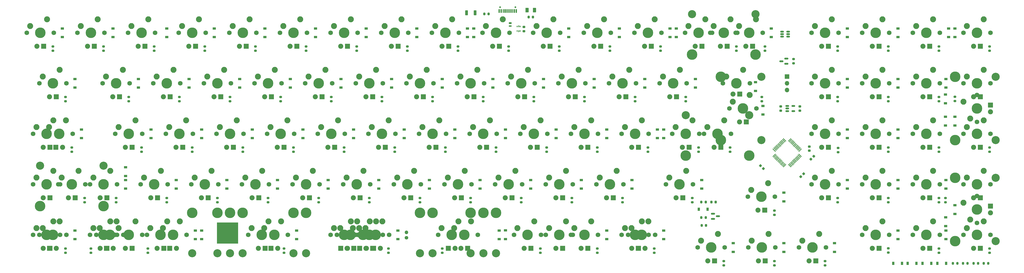
<source format=gbr>
G04 #@! TF.GenerationSoftware,KiCad,Pcbnew,6.0.6-1.fc36*
G04 #@! TF.CreationDate,2022-07-26T18:59:40+01:00*
G04 #@! TF.ProjectId,cypher,63797068-6572-42e6-9b69-6361645f7063,rev?*
G04 #@! TF.SameCoordinates,Original*
G04 #@! TF.FileFunction,Soldermask,Bot*
G04 #@! TF.FilePolarity,Negative*
%FSLAX46Y46*%
G04 Gerber Fmt 4.6, Leading zero omitted, Abs format (unit mm)*
G04 Created by KiCad (PCBNEW 6.0.6-1.fc36) date 2022-07-26 18:59:40*
%MOMM*%
%LPD*%
G01*
G04 APERTURE LIST*
G04 Aperture macros list*
%AMRoundRect*
0 Rectangle with rounded corners*
0 $1 Rounding radius*
0 $2 $3 $4 $5 $6 $7 $8 $9 X,Y pos of 4 corners*
0 Add a 4 corners polygon primitive as box body*
4,1,4,$2,$3,$4,$5,$6,$7,$8,$9,$2,$3,0*
0 Add four circle primitives for the rounded corners*
1,1,$1+$1,$2,$3*
1,1,$1+$1,$4,$5*
1,1,$1+$1,$6,$7*
1,1,$1+$1,$8,$9*
0 Add four rect primitives between the rounded corners*
20,1,$1+$1,$2,$3,$4,$5,0*
20,1,$1+$1,$4,$5,$6,$7,0*
20,1,$1+$1,$6,$7,$8,$9,0*
20,1,$1+$1,$8,$9,$2,$3,0*%
%AMFreePoly0*
4,1,5,0.500000,-0.312500,-0.500000,-0.312500,-0.500000,0.312500,0.500000,0.312500,0.500000,-0.312500,0.500000,-0.312500,$1*%
G04 Aperture macros list end*
%ADD10R,1.700000X1.700000*%
%ADD11O,1.700000X1.700000*%
%ADD12C,3.987800*%
%ADD13C,3.048000*%
%ADD14C,1.750000*%
%ADD15C,2.250000*%
%ADD16C,1.905000*%
%ADD17R,1.905000X1.905000*%
%ADD18C,1.350000*%
%ADD19O,1.350000X1.350000*%
%ADD20RoundRect,0.225000X0.250000X-0.225000X0.250000X0.225000X-0.250000X0.225000X-0.250000X-0.225000X0*%
%ADD21RoundRect,0.225000X0.017678X-0.335876X0.335876X-0.017678X-0.017678X0.335876X-0.335876X0.017678X0*%
%ADD22RoundRect,0.225000X0.335876X0.017678X0.017678X0.335876X-0.335876X-0.017678X-0.017678X-0.335876X0*%
%ADD23R,1.200000X0.900000*%
%ADD24RoundRect,0.200000X-0.275000X0.200000X-0.275000X-0.200000X0.275000X-0.200000X0.275000X0.200000X0*%
%ADD25RoundRect,0.200000X0.200000X0.275000X-0.200000X0.275000X-0.200000X-0.275000X0.200000X-0.275000X0*%
%ADD26C,0.650000*%
%ADD27R,0.600000X1.450000*%
%ADD28R,0.300000X1.450000*%
%ADD29RoundRect,0.225000X-0.017678X0.335876X-0.335876X0.017678X0.017678X-0.335876X0.335876X-0.017678X0*%
%ADD30RoundRect,0.225000X-0.250000X0.225000X-0.250000X-0.225000X0.250000X-0.225000X0.250000X0.225000X0*%
%ADD31RoundRect,0.225000X0.225000X0.250000X-0.225000X0.250000X-0.225000X-0.250000X0.225000X-0.250000X0*%
%ADD32RoundRect,0.150000X0.587500X0.150000X-0.587500X0.150000X-0.587500X-0.150000X0.587500X-0.150000X0*%
%ADD33RoundRect,0.200000X-0.200000X-0.275000X0.200000X-0.275000X0.200000X0.275000X-0.200000X0.275000X0*%
%ADD34RoundRect,0.075000X0.521491X-0.415425X-0.415425X0.521491X-0.521491X0.415425X0.415425X-0.521491X0*%
%ADD35RoundRect,0.075000X0.521491X0.415425X0.415425X0.521491X-0.521491X-0.415425X-0.415425X-0.521491X0*%
%ADD36RoundRect,0.150000X-0.587500X-0.150000X0.587500X-0.150000X0.587500X0.150000X-0.587500X0.150000X0*%
%ADD37RoundRect,0.150000X-0.512500X-0.150000X0.512500X-0.150000X0.512500X0.150000X-0.512500X0.150000X0*%
%ADD38RoundRect,0.250000X0.375000X0.625000X-0.375000X0.625000X-0.375000X-0.625000X0.375000X-0.625000X0*%
%ADD39R,0.900000X1.200000*%
%ADD40R,8.000000X8.000000*%
%ADD41R,0.375000X0.500000*%
%ADD42R,0.300000X0.650000*%
%ADD43FreePoly0,180.000000*%
%ADD44R,1.000000X0.625000*%
%ADD45RoundRect,0.150000X0.512500X0.150000X-0.512500X0.150000X-0.512500X-0.150000X0.512500X-0.150000X0*%
%ADD46RoundRect,0.250000X0.275000X0.700000X-0.275000X0.700000X-0.275000X-0.700000X0.275000X-0.700000X0*%
G04 APERTURE END LIST*
D10*
X315810900Y-132842000D03*
D11*
X315810900Y-135382000D03*
X315810900Y-137922000D03*
D12*
X58661750Y-181730000D03*
X34785750Y-181730000D03*
D13*
X58661750Y-166490000D03*
D14*
X51803750Y-173475000D03*
D13*
X34785750Y-166490000D03*
D12*
X46723750Y-173475000D03*
D14*
X41643750Y-173475000D03*
D15*
X42913750Y-170935000D03*
X49263750Y-168395000D03*
D16*
X45453750Y-178555000D03*
D17*
X47993750Y-178555000D03*
D14*
X34500250Y-192525000D03*
D12*
X39580250Y-192525000D03*
D14*
X44660250Y-192525000D03*
D15*
X35770250Y-189985000D03*
X42120250Y-187445000D03*
D16*
X40850250Y-197605000D03*
D17*
X38310250Y-197605000D03*
D14*
X32118750Y-154425000D03*
D12*
X37198750Y-154425000D03*
D14*
X42278750Y-154425000D03*
D15*
X33388750Y-151885000D03*
X39738750Y-149345000D03*
D16*
X35928750Y-159505000D03*
D17*
X38468750Y-159505000D03*
D14*
X29738750Y-116325000D03*
D12*
X34818750Y-116325000D03*
D14*
X39898750Y-116325000D03*
D15*
X31008750Y-113785000D03*
X37358750Y-111245000D03*
D16*
X33548750Y-121405000D03*
D17*
X36088750Y-121405000D03*
D14*
X34501250Y-135375000D03*
X44661250Y-135375000D03*
D12*
X39581250Y-135375000D03*
D15*
X35771250Y-132835000D03*
X42121250Y-130295000D03*
D16*
X38311250Y-140455000D03*
D17*
X40851250Y-140455000D03*
D14*
X36881250Y-154425000D03*
D12*
X41961250Y-154425000D03*
D14*
X47041250Y-154425000D03*
D15*
X38151250Y-151885000D03*
X44501250Y-149345000D03*
D16*
X43231250Y-159505000D03*
D17*
X40691250Y-159505000D03*
D14*
X32118750Y-173475000D03*
X42278750Y-173475000D03*
D12*
X37198750Y-173475000D03*
D15*
X33388750Y-170935000D03*
X39738750Y-168395000D03*
D16*
X35928750Y-178555000D03*
D17*
X38468750Y-178555000D03*
D14*
X42278750Y-192525000D03*
X32118750Y-192525000D03*
D12*
X37198750Y-192525000D03*
D15*
X33388750Y-189985000D03*
X39738750Y-187445000D03*
D16*
X35928750Y-197605000D03*
D17*
X38468750Y-197605000D03*
D14*
X58948750Y-116325000D03*
D12*
X53868750Y-116325000D03*
D14*
X48788750Y-116325000D03*
D15*
X50058750Y-113785000D03*
X56408750Y-111245000D03*
D16*
X52598750Y-121405000D03*
D17*
X55138750Y-121405000D03*
D12*
X63391250Y-135375000D03*
D14*
X68471250Y-135375000D03*
X58311250Y-135375000D03*
D15*
X59581250Y-132835000D03*
X65931250Y-130295000D03*
D16*
X62121250Y-140455000D03*
D17*
X64661250Y-140455000D03*
D14*
X63073750Y-154425000D03*
D12*
X68153750Y-154425000D03*
D14*
X73233750Y-154425000D03*
D15*
X64343750Y-151885000D03*
X70693750Y-149345000D03*
D16*
X66883750Y-159505000D03*
D17*
X69423750Y-159505000D03*
D12*
X58628750Y-173475000D03*
D14*
X63708750Y-173475000D03*
X53548750Y-173475000D03*
D15*
X54818750Y-170935000D03*
X61168750Y-168395000D03*
D16*
X57358750Y-178555000D03*
D17*
X59898750Y-178555000D03*
D14*
X63709950Y-192525000D03*
D12*
X58629950Y-192525000D03*
D14*
X53549950Y-192525000D03*
D15*
X54819950Y-189985000D03*
X61169950Y-187445000D03*
D16*
X57359950Y-197605000D03*
D17*
X59899950Y-197605000D03*
D12*
X68155250Y-192525000D03*
D14*
X63075250Y-192525000D03*
X73235250Y-192525000D03*
D15*
X64345250Y-189985000D03*
X70695250Y-187445000D03*
D16*
X66885250Y-197605000D03*
D17*
X69425250Y-197605000D03*
D14*
X77998750Y-116325000D03*
X67838750Y-116325000D03*
D12*
X72918750Y-116325000D03*
D15*
X69108750Y-113785000D03*
X75458750Y-111245000D03*
D16*
X71648750Y-121405000D03*
D17*
X74188750Y-121405000D03*
D14*
X77361250Y-135375000D03*
X87521250Y-135375000D03*
D12*
X82441250Y-135375000D03*
D15*
X78631250Y-132835000D03*
X84981250Y-130295000D03*
D16*
X81171250Y-140455000D03*
D17*
X83711250Y-140455000D03*
D12*
X87203750Y-154425000D03*
D14*
X82123750Y-154425000D03*
X92283750Y-154425000D03*
D15*
X83393750Y-151885000D03*
X89743750Y-149345000D03*
D16*
X85933750Y-159505000D03*
D17*
X88473750Y-159505000D03*
D14*
X72599250Y-173475000D03*
X82759250Y-173475000D03*
D12*
X77679250Y-173475000D03*
D15*
X73869250Y-170935000D03*
X80219250Y-168395000D03*
D16*
X76409250Y-178555000D03*
D17*
X78949250Y-178555000D03*
D12*
X80061250Y-192525000D03*
D14*
X74981250Y-192525000D03*
X85141250Y-192525000D03*
D15*
X76251250Y-189985000D03*
X82601250Y-187445000D03*
D16*
X78791250Y-197605000D03*
D17*
X81331250Y-197605000D03*
D14*
X86888750Y-116325000D03*
D12*
X91968750Y-116325000D03*
D14*
X97048750Y-116325000D03*
D15*
X88158750Y-113785000D03*
X94508750Y-111245000D03*
D16*
X90698750Y-121405000D03*
D17*
X93238750Y-121405000D03*
D14*
X96411250Y-135375000D03*
D12*
X101491250Y-135375000D03*
D14*
X106571250Y-135375000D03*
D15*
X97681250Y-132835000D03*
X104031250Y-130295000D03*
D16*
X100221250Y-140455000D03*
D17*
X102761250Y-140455000D03*
D12*
X106253750Y-154425000D03*
D14*
X111333750Y-154425000D03*
X101173750Y-154425000D03*
D15*
X102443750Y-151885000D03*
X108793750Y-149345000D03*
D16*
X104983750Y-159505000D03*
D17*
X107523750Y-159505000D03*
D12*
X96728750Y-173475000D03*
D14*
X101808750Y-173475000D03*
X91648750Y-173475000D03*
D15*
X92918750Y-170935000D03*
X99268750Y-168395000D03*
D16*
X95458750Y-178555000D03*
D17*
X97998750Y-178555000D03*
D14*
X89903750Y-192525000D03*
X79743750Y-192525000D03*
D12*
X84823750Y-192525000D03*
D15*
X81013750Y-189985000D03*
X87363750Y-187445000D03*
D16*
X86093750Y-197605000D03*
D17*
X83553750Y-197605000D03*
D14*
X116098750Y-116325000D03*
D12*
X111018750Y-116325000D03*
D14*
X105938750Y-116325000D03*
D15*
X107208750Y-113785000D03*
X113558750Y-111245000D03*
D16*
X109748750Y-121405000D03*
D17*
X112288750Y-121405000D03*
D14*
X125621250Y-135375000D03*
X115461250Y-135375000D03*
D12*
X120541250Y-135375000D03*
D15*
X116731250Y-132835000D03*
X123081250Y-130295000D03*
D16*
X119271250Y-140455000D03*
D17*
X121811250Y-140455000D03*
D14*
X120223750Y-154425000D03*
D12*
X125303750Y-154425000D03*
D14*
X130383750Y-154425000D03*
D15*
X121493750Y-151885000D03*
X127843750Y-149345000D03*
D16*
X124033750Y-159505000D03*
D17*
X126573750Y-159505000D03*
D14*
X120858750Y-173475000D03*
X110698750Y-173475000D03*
D12*
X115778750Y-173475000D03*
D15*
X111968750Y-170935000D03*
X118318750Y-168395000D03*
D16*
X114508750Y-178555000D03*
D17*
X117048750Y-178555000D03*
D14*
X135148750Y-116325000D03*
D12*
X130068750Y-116325000D03*
D14*
X124988750Y-116325000D03*
D15*
X126258750Y-113785000D03*
X132608750Y-111245000D03*
D16*
X128798750Y-121405000D03*
D17*
X131338750Y-121405000D03*
D14*
X134511250Y-135375000D03*
D12*
X139591250Y-135375000D03*
D14*
X144671250Y-135375000D03*
D15*
X135781250Y-132835000D03*
X142131250Y-130295000D03*
D16*
X138321250Y-140455000D03*
D17*
X140861250Y-140455000D03*
D14*
X139278750Y-154425000D03*
X149438750Y-154425000D03*
D12*
X144358750Y-154425000D03*
D15*
X140548750Y-151885000D03*
X146898750Y-149345000D03*
D16*
X143088750Y-159505000D03*
D17*
X145628750Y-159505000D03*
D14*
X139908750Y-173475000D03*
D12*
X134828750Y-173475000D03*
D14*
X129748750Y-173475000D03*
D15*
X131018750Y-170935000D03*
X137368750Y-168395000D03*
D16*
X133558750Y-178555000D03*
D17*
X136098750Y-178555000D03*
D13*
X206261150Y-199510000D03*
D12*
X206261150Y-184270000D03*
D13*
X106261350Y-199510000D03*
D12*
X156261250Y-192525000D03*
D14*
X151181250Y-192525000D03*
X161341250Y-192525000D03*
D12*
X106261350Y-184270000D03*
D15*
X152451250Y-189985000D03*
X158801250Y-187445000D03*
D16*
X157531250Y-197605000D03*
D17*
X154991250Y-197605000D03*
D12*
X149118750Y-116325000D03*
D14*
X144038750Y-116325000D03*
X154198750Y-116325000D03*
D15*
X145308750Y-113785000D03*
X151658750Y-111245000D03*
D16*
X147848750Y-121405000D03*
D17*
X150388750Y-121405000D03*
D14*
X153561250Y-135375000D03*
X163721250Y-135375000D03*
D12*
X158641250Y-135375000D03*
D15*
X154831250Y-132835000D03*
X161181250Y-130295000D03*
D16*
X157371250Y-140455000D03*
D17*
X159911250Y-140455000D03*
D12*
X163408750Y-154425000D03*
D14*
X158328750Y-154425000D03*
X168488750Y-154425000D03*
D15*
X159598750Y-151885000D03*
X165948750Y-149345000D03*
D16*
X162138750Y-159505000D03*
D17*
X164678750Y-159505000D03*
D14*
X158958750Y-173475000D03*
X148798750Y-173475000D03*
D12*
X153878750Y-173475000D03*
D15*
X150068750Y-170935000D03*
X156418750Y-168395000D03*
D16*
X152608750Y-178555000D03*
D17*
X155148750Y-178555000D03*
D13*
X101492750Y-199510000D03*
D12*
X196742750Y-184270000D03*
D13*
X196742750Y-199510000D03*
D14*
X163722750Y-192525000D03*
X153562750Y-192525000D03*
D12*
X158642750Y-192525000D03*
X101492750Y-184270000D03*
D15*
X154832750Y-189985000D03*
X161182750Y-187445000D03*
D16*
X157372750Y-197605000D03*
D17*
X159912750Y-197605000D03*
D12*
X168168750Y-116325000D03*
D14*
X163088750Y-116325000D03*
X173248750Y-116325000D03*
D15*
X164358750Y-113785000D03*
X170708750Y-111245000D03*
D16*
X166898750Y-121405000D03*
D17*
X169438750Y-121405000D03*
D14*
X182771250Y-135375000D03*
D12*
X177691250Y-135375000D03*
D14*
X172611250Y-135375000D03*
D15*
X173881250Y-132835000D03*
X180231250Y-130295000D03*
D16*
X176421250Y-140455000D03*
D17*
X178961250Y-140455000D03*
D14*
X187538750Y-154425000D03*
D12*
X182458750Y-154425000D03*
D14*
X177378750Y-154425000D03*
D15*
X178648750Y-151885000D03*
X184998750Y-149345000D03*
D16*
X181188750Y-159505000D03*
D17*
X183728750Y-159505000D03*
D12*
X172928750Y-173475000D03*
D14*
X167848750Y-173475000D03*
X178008750Y-173475000D03*
D15*
X169118750Y-170935000D03*
X175468750Y-168395000D03*
D16*
X171658750Y-178555000D03*
D17*
X174198750Y-178555000D03*
D14*
X182138750Y-116325000D03*
X192298750Y-116325000D03*
D12*
X187218750Y-116325000D03*
D15*
X183408750Y-113785000D03*
X189758750Y-111245000D03*
D16*
X185948750Y-121405000D03*
D17*
X188488750Y-121405000D03*
D14*
X191661250Y-135375000D03*
D12*
X196741250Y-135375000D03*
D14*
X201821250Y-135375000D03*
D15*
X192931250Y-132835000D03*
X199281250Y-130295000D03*
D16*
X195471250Y-140455000D03*
D17*
X198011250Y-140455000D03*
D12*
X201508750Y-154425000D03*
D14*
X206588750Y-154425000D03*
X196428750Y-154425000D03*
D15*
X197698750Y-151885000D03*
X204048750Y-149345000D03*
D16*
X200238750Y-159505000D03*
D17*
X202778750Y-159505000D03*
D12*
X191978750Y-173475000D03*
D14*
X186898750Y-173475000D03*
X197058750Y-173475000D03*
D15*
X188168750Y-170935000D03*
X194518750Y-168395000D03*
D16*
X190708750Y-178555000D03*
D17*
X193248750Y-178555000D03*
D14*
X211348750Y-116325000D03*
X201188750Y-116325000D03*
D12*
X206268750Y-116325000D03*
D15*
X202458750Y-113785000D03*
X208808750Y-111245000D03*
D16*
X204998750Y-121405000D03*
D17*
X207538750Y-121405000D03*
D14*
X220871250Y-135375000D03*
X210711250Y-135375000D03*
D12*
X215791250Y-135375000D03*
D15*
X211981250Y-132835000D03*
X218331250Y-130295000D03*
D16*
X214521250Y-140455000D03*
D17*
X217061250Y-140455000D03*
D14*
X215478750Y-154425000D03*
X225638750Y-154425000D03*
D12*
X220558750Y-154425000D03*
D15*
X216748750Y-151885000D03*
X223098750Y-149345000D03*
D16*
X219288750Y-159505000D03*
D17*
X221828750Y-159505000D03*
D14*
X216108750Y-173475000D03*
D12*
X211028750Y-173475000D03*
D14*
X205948750Y-173475000D03*
D15*
X207218750Y-170935000D03*
X213568750Y-168395000D03*
D16*
X209758750Y-178555000D03*
D17*
X212298750Y-178555000D03*
D14*
X223253750Y-192525000D03*
X213093750Y-192525000D03*
D12*
X218173750Y-192525000D03*
D15*
X214363750Y-189985000D03*
X220713750Y-187445000D03*
D16*
X216903750Y-197605000D03*
D17*
X219443750Y-197605000D03*
D12*
X230080250Y-192525000D03*
D14*
X235160250Y-192525000D03*
X225000250Y-192525000D03*
D15*
X226270250Y-189985000D03*
X232620250Y-187445000D03*
D16*
X228810250Y-197605000D03*
D17*
X231350250Y-197605000D03*
D14*
X220238750Y-116325000D03*
D12*
X225318750Y-116325000D03*
D14*
X230398750Y-116325000D03*
D15*
X221508750Y-113785000D03*
X227858750Y-111245000D03*
D16*
X224048750Y-121405000D03*
D17*
X226588750Y-121405000D03*
D14*
X239921250Y-135375000D03*
X229761250Y-135375000D03*
D12*
X234841250Y-135375000D03*
D15*
X231031250Y-132835000D03*
X237381250Y-130295000D03*
D16*
X233571250Y-140455000D03*
D17*
X236111250Y-140455000D03*
D14*
X234528750Y-154425000D03*
D12*
X239608750Y-154425000D03*
D14*
X244688750Y-154425000D03*
D15*
X235798750Y-151885000D03*
X242148750Y-149345000D03*
D16*
X238338750Y-159505000D03*
D17*
X240878750Y-159505000D03*
D12*
X230078750Y-173475000D03*
D14*
X224998750Y-173475000D03*
X235158750Y-173475000D03*
D15*
X226268750Y-170935000D03*
X232618750Y-168395000D03*
D16*
X228808750Y-178555000D03*
D17*
X231348750Y-178555000D03*
D14*
X244684750Y-192525000D03*
D12*
X239604750Y-192525000D03*
D14*
X234524750Y-192525000D03*
D15*
X235794750Y-189985000D03*
X242144750Y-187445000D03*
D16*
X238334750Y-197605000D03*
D17*
X240874750Y-197605000D03*
D12*
X258655250Y-192525000D03*
D14*
X253575250Y-192525000D03*
X263735250Y-192525000D03*
D15*
X254845250Y-189985000D03*
X261195250Y-187445000D03*
D16*
X257385250Y-197605000D03*
D17*
X259925250Y-197605000D03*
D14*
X239288750Y-116325000D03*
X249448750Y-116325000D03*
D12*
X244368750Y-116325000D03*
D15*
X240558750Y-113785000D03*
X246908750Y-111245000D03*
D16*
X243098750Y-121405000D03*
D17*
X245638750Y-121405000D03*
D14*
X258971250Y-135375000D03*
D12*
X253891250Y-135375000D03*
D14*
X248811250Y-135375000D03*
D15*
X250081250Y-132835000D03*
X256431250Y-130295000D03*
D16*
X252621250Y-140455000D03*
D17*
X255161250Y-140455000D03*
D14*
X263738750Y-154425000D03*
X253578750Y-154425000D03*
D12*
X258658750Y-154425000D03*
D15*
X254848750Y-151885000D03*
X261198750Y-149345000D03*
D16*
X257388750Y-159505000D03*
D17*
X259928750Y-159505000D03*
D14*
X254208750Y-173475000D03*
D12*
X249128750Y-173475000D03*
D14*
X244048750Y-173475000D03*
D15*
X245318750Y-170935000D03*
X251668750Y-168395000D03*
D16*
X247858750Y-178555000D03*
D17*
X250398750Y-178555000D03*
D14*
X255955750Y-192525000D03*
D12*
X261035750Y-192525000D03*
D14*
X266115750Y-192525000D03*
D15*
X257225750Y-189985000D03*
X263575750Y-187445000D03*
D16*
X262305750Y-197605000D03*
D17*
X259765750Y-197605000D03*
D12*
X263418750Y-116325000D03*
D14*
X268498750Y-116325000D03*
X258338750Y-116325000D03*
D15*
X259608750Y-113785000D03*
X265958750Y-111245000D03*
D16*
X262148750Y-121405000D03*
D17*
X264688750Y-121405000D03*
D12*
X272940250Y-135375000D03*
D14*
X267860250Y-135375000D03*
X278020250Y-135375000D03*
D15*
X269130250Y-132835000D03*
X275480250Y-130295000D03*
D16*
X271670250Y-140455000D03*
D17*
X274210250Y-140455000D03*
D12*
X277708750Y-154425000D03*
D14*
X282788750Y-154425000D03*
X272628750Y-154425000D03*
D15*
X273898750Y-151885000D03*
X280248750Y-149345000D03*
D16*
X276438750Y-159505000D03*
D17*
X278978750Y-159505000D03*
D12*
X275322250Y-173475000D03*
D14*
X280402250Y-173475000D03*
X270242250Y-173475000D03*
D15*
X271512250Y-170935000D03*
X277862250Y-168395000D03*
D16*
X274052250Y-178555000D03*
D17*
X276592250Y-178555000D03*
D12*
X287228750Y-197285000D03*
D14*
X292308750Y-197285000D03*
X282148750Y-197285000D03*
D15*
X283418750Y-194745000D03*
X289768750Y-192205000D03*
D16*
X285958750Y-202365000D03*
D17*
X288498750Y-202365000D03*
D14*
X277388750Y-116325000D03*
D12*
X282468750Y-116325000D03*
D14*
X287548750Y-116325000D03*
D15*
X278658750Y-113785000D03*
X285008750Y-111245000D03*
D16*
X281198750Y-121405000D03*
D17*
X283738750Y-121405000D03*
D12*
X290885250Y-156838000D03*
X299140250Y-144900000D03*
D14*
X304220250Y-144900000D03*
D13*
X306125250Y-156838000D03*
D14*
X294060250Y-144900000D03*
D13*
X306125250Y-132962000D03*
D12*
X290885250Y-132962000D03*
D15*
X295330250Y-142360000D03*
X301680250Y-139820000D03*
D16*
X297870250Y-149980000D03*
D17*
X300410250Y-149980000D03*
D14*
X286913250Y-116325000D03*
D13*
X303931250Y-109340000D03*
D12*
X291993250Y-116325000D03*
X303931250Y-124580000D03*
X280055250Y-124580000D03*
D13*
X280055250Y-109340000D03*
D14*
X297073250Y-116325000D03*
D15*
X288183250Y-113785000D03*
X294533250Y-111245000D03*
D16*
X290723250Y-121405000D03*
D17*
X293263250Y-121405000D03*
D14*
X301832750Y-135375000D03*
D12*
X296752750Y-135375000D03*
D14*
X291672750Y-135375000D03*
D15*
X292942750Y-132835000D03*
X299292750Y-130295000D03*
D16*
X295482750Y-139455000D03*
D17*
X298022750Y-139455000D03*
D13*
X301552750Y-147440000D03*
D12*
X301552750Y-162680000D03*
X277676750Y-162680000D03*
D14*
X284534750Y-154425000D03*
X294694750Y-154425000D03*
D13*
X277676750Y-147440000D03*
D12*
X289614750Y-154425000D03*
D15*
X285804750Y-151885000D03*
X292154750Y-149345000D03*
D16*
X288344750Y-159505000D03*
D17*
X290884750Y-159505000D03*
D14*
X311198750Y-178125000D03*
D12*
X306118750Y-178125000D03*
D14*
X301038750Y-178125000D03*
D15*
X302308750Y-175585000D03*
X308658750Y-173045000D03*
D16*
X304848750Y-183205000D03*
D17*
X307388750Y-183205000D03*
D12*
X306278750Y-197285000D03*
D14*
X301198750Y-197285000D03*
X311358750Y-197285000D03*
D15*
X302468750Y-194745000D03*
X308818750Y-192205000D03*
D16*
X305008750Y-202365000D03*
D17*
X307548750Y-202365000D03*
D14*
X296438750Y-116325000D03*
D12*
X301518750Y-116325000D03*
D14*
X306598750Y-116325000D03*
D15*
X297708750Y-113785000D03*
X304058750Y-111245000D03*
D16*
X300248750Y-121405000D03*
D17*
X302788750Y-121405000D03*
D12*
X330098750Y-116325000D03*
D14*
X325018750Y-116325000D03*
X335178750Y-116325000D03*
D15*
X326288750Y-113785000D03*
X332638750Y-111245000D03*
D16*
X328828750Y-121405000D03*
D17*
X331368750Y-121405000D03*
D14*
X325018750Y-135375000D03*
X335178750Y-135375000D03*
D12*
X330098750Y-135375000D03*
D15*
X326288750Y-132835000D03*
X332638750Y-130295000D03*
D16*
X328828750Y-140455000D03*
D17*
X331368750Y-140455000D03*
D12*
X330098750Y-154425000D03*
D14*
X335178750Y-154425000D03*
X325018750Y-154425000D03*
D15*
X326288750Y-151885000D03*
X332638750Y-149345000D03*
D16*
X328828750Y-159505000D03*
D17*
X331368750Y-159505000D03*
D12*
X330098750Y-173475000D03*
D14*
X335178750Y-173475000D03*
X325018750Y-173475000D03*
D15*
X326288750Y-170935000D03*
X332638750Y-168395000D03*
D16*
X328828750Y-178555000D03*
D17*
X331368750Y-178555000D03*
D12*
X325328750Y-197285000D03*
D14*
X320248750Y-197285000D03*
X330408750Y-197285000D03*
D15*
X321518750Y-194745000D03*
X327868750Y-192205000D03*
D16*
X324058750Y-202365000D03*
D17*
X326598750Y-202365000D03*
D12*
X349148750Y-116325000D03*
D14*
X344068750Y-116325000D03*
X354228750Y-116325000D03*
D15*
X345338750Y-113785000D03*
X351688750Y-111245000D03*
D16*
X347878750Y-121405000D03*
D17*
X350418750Y-121405000D03*
D14*
X354228750Y-135375000D03*
D12*
X349148750Y-135375000D03*
D14*
X344068750Y-135375000D03*
D15*
X345338750Y-132835000D03*
X351688750Y-130295000D03*
D16*
X347878750Y-140455000D03*
D17*
X350418750Y-140455000D03*
D12*
X349148750Y-154425000D03*
D14*
X344068750Y-154425000D03*
X354228750Y-154425000D03*
D15*
X345338750Y-151885000D03*
X351688750Y-149345000D03*
D16*
X347878750Y-159505000D03*
D17*
X350418750Y-159505000D03*
D12*
X349148750Y-173475000D03*
D14*
X354228750Y-173475000D03*
X344068750Y-173475000D03*
D15*
X345338750Y-170935000D03*
X351688750Y-168395000D03*
D16*
X347878750Y-178555000D03*
D17*
X350418750Y-178555000D03*
D14*
X344068750Y-192525000D03*
X354228750Y-192525000D03*
D12*
X349148750Y-192525000D03*
D15*
X345338750Y-189985000D03*
X351688750Y-187445000D03*
D16*
X347878750Y-197605000D03*
D17*
X350418750Y-197605000D03*
D14*
X373278750Y-116325000D03*
X363118750Y-116325000D03*
D12*
X368198750Y-116325000D03*
D15*
X364388750Y-113785000D03*
X370738750Y-111245000D03*
D16*
X366928750Y-121405000D03*
D17*
X369468750Y-121405000D03*
D12*
X368198750Y-135375000D03*
D14*
X373278750Y-135375000D03*
X363118750Y-135375000D03*
D15*
X364388750Y-132835000D03*
X370738750Y-130295000D03*
D16*
X366928750Y-140455000D03*
D17*
X369468750Y-140455000D03*
D14*
X363118750Y-154425000D03*
X373278750Y-154425000D03*
D12*
X368198750Y-154425000D03*
D15*
X364388750Y-151885000D03*
X370738750Y-149345000D03*
D16*
X366928750Y-159505000D03*
D17*
X369468750Y-159505000D03*
D14*
X363118750Y-173475000D03*
X373278750Y-173475000D03*
D12*
X368198750Y-173475000D03*
D15*
X364388750Y-170935000D03*
X370738750Y-168395000D03*
D16*
X366928750Y-178555000D03*
D17*
X369468750Y-178555000D03*
D12*
X368198750Y-192525000D03*
D14*
X373278750Y-192525000D03*
X363118750Y-192525000D03*
D15*
X364388750Y-189985000D03*
X370738750Y-187445000D03*
D16*
X366928750Y-197605000D03*
D17*
X369468750Y-197605000D03*
D14*
X392328750Y-135372000D03*
X382168750Y-135372000D03*
D12*
X387248750Y-135372000D03*
D15*
X383438750Y-132832000D03*
X389788750Y-130292000D03*
D16*
X385978750Y-140452000D03*
D17*
X388518750Y-140452000D03*
D14*
X382168750Y-173475000D03*
X392328750Y-173475000D03*
D12*
X387248750Y-173475000D03*
D15*
X383438750Y-170935000D03*
X389788750Y-168395000D03*
D16*
X385978750Y-178555000D03*
D17*
X388518750Y-178555000D03*
D14*
X392328750Y-192525000D03*
D12*
X387248750Y-192525000D03*
D14*
X382168750Y-192525000D03*
D15*
X383438750Y-189985000D03*
X389788750Y-187445000D03*
D16*
X385978750Y-197605000D03*
D17*
X388518750Y-197605000D03*
D14*
X392328750Y-116325000D03*
X382168750Y-116325000D03*
D12*
X387248750Y-116325000D03*
D15*
X383438750Y-113785000D03*
X389788750Y-111245000D03*
D16*
X385978750Y-121405000D03*
D17*
X388518750Y-121405000D03*
D12*
X378993750Y-156833000D03*
D13*
X394233750Y-156833000D03*
D12*
X378993750Y-132957000D03*
D13*
X394233750Y-132957000D03*
D14*
X387248750Y-149975000D03*
X387248750Y-139815000D03*
D12*
X387248750Y-144895000D03*
D15*
X384708750Y-148705000D03*
X382168750Y-142355000D03*
D16*
X392328750Y-146165000D03*
D17*
X392328750Y-143625000D03*
D12*
X387248750Y-154425000D03*
D14*
X392328750Y-154425000D03*
X382168750Y-154425000D03*
D15*
X383438750Y-151885000D03*
X389788750Y-149345000D03*
D16*
X385978750Y-159505000D03*
D17*
X388518750Y-159505000D03*
D12*
X130105150Y-184277000D03*
X106229150Y-184277000D03*
D13*
X106229150Y-199517000D03*
D12*
X118167150Y-192532000D03*
D13*
X130105150Y-199517000D03*
D14*
X113087150Y-192532000D03*
X123247150Y-192532000D03*
D15*
X114357150Y-189992000D03*
X120707150Y-187452000D03*
D16*
X116897150Y-197612000D03*
D17*
X119437150Y-197612000D03*
D14*
X146424650Y-192532000D03*
D12*
X151504650Y-192532000D03*
D14*
X156584650Y-192532000D03*
D15*
X147694650Y-189992000D03*
X154044650Y-187452000D03*
D16*
X150234650Y-197612000D03*
D17*
X152774650Y-197612000D03*
D12*
X378993750Y-171057000D03*
D14*
X387248750Y-188075000D03*
D13*
X394233750Y-171057000D03*
D12*
X387248750Y-182995000D03*
D13*
X394233750Y-194933000D03*
D14*
X387248750Y-177915000D03*
D12*
X378993750Y-194933000D03*
D15*
X384708750Y-186805000D03*
X382168750Y-180455000D03*
D16*
X392328750Y-184265000D03*
D17*
X392328750Y-181725000D03*
D14*
X189287150Y-192532000D03*
D12*
X194367150Y-192532000D03*
D13*
X182429150Y-199517000D03*
D12*
X206305150Y-184277000D03*
D14*
X199447150Y-192532000D03*
D12*
X182429150Y-184277000D03*
D13*
X206305150Y-199517000D03*
D15*
X190557150Y-189992000D03*
X196907150Y-187452000D03*
D16*
X193097150Y-197612000D03*
D17*
X195637150Y-197612000D03*
D12*
X206267750Y-184270000D03*
D14*
X154197750Y-192525000D03*
D13*
X206267750Y-199510000D03*
D14*
X144037750Y-192525000D03*
D12*
X149117750Y-192525000D03*
X91967750Y-184270000D03*
D13*
X91967750Y-199510000D03*
D15*
X145307750Y-189985000D03*
X151657750Y-187445000D03*
D16*
X150387750Y-197605000D03*
D17*
X147847750Y-197605000D03*
D13*
X177666650Y-199517000D03*
X201542650Y-199517000D03*
D12*
X177666650Y-184277000D03*
X189604650Y-192532000D03*
D14*
X194684650Y-192532000D03*
X184524650Y-192532000D03*
D12*
X201542650Y-184277000D03*
D15*
X185794650Y-189992000D03*
X192144650Y-187452000D03*
D16*
X190874650Y-197612000D03*
D17*
X188334650Y-197612000D03*
D14*
X155949650Y-192532000D03*
D12*
X161029650Y-192532000D03*
D14*
X166109650Y-192532000D03*
D15*
X157219650Y-189992000D03*
X163569650Y-187452000D03*
D16*
X162799650Y-197612000D03*
D17*
X160259650Y-197612000D03*
D13*
X110991650Y-199517000D03*
D12*
X122929650Y-192532000D03*
D13*
X134867650Y-199517000D03*
D14*
X117849650Y-192532000D03*
D12*
X134867650Y-184277000D03*
X110991650Y-184277000D03*
D14*
X128009650Y-192532000D03*
D15*
X119119650Y-189992000D03*
X125469650Y-187452000D03*
D16*
X124199650Y-197612000D03*
D17*
X121659650Y-197612000D03*
D14*
X66090750Y-192525000D03*
D12*
X61010750Y-192525000D03*
D14*
X55930750Y-192525000D03*
D15*
X57200750Y-189985000D03*
X63550750Y-187445000D03*
D16*
X62280750Y-197605000D03*
D17*
X59740750Y-197605000D03*
D18*
X172618400Y-193611500D03*
D19*
X172618400Y-191611500D03*
D20*
X313429650Y-145682000D03*
X313429650Y-144132000D03*
D21*
X324724392Y-163997008D03*
X325820408Y-162900992D03*
D22*
X306897408Y-167553008D03*
X305801392Y-166456992D03*
D23*
X50301530Y-156082000D03*
X50301530Y-152782000D03*
X47920280Y-194182000D03*
X47920280Y-190882000D03*
X47920280Y-137032000D03*
X47920280Y-133732000D03*
X71732780Y-137032000D03*
X71732780Y-133732000D03*
X76495280Y-156082000D03*
X76495280Y-152782000D03*
X93164030Y-194182000D03*
X93164030Y-190882000D03*
X82448640Y-117982000D03*
X82448640Y-114682000D03*
X90782780Y-137032000D03*
X90782780Y-133732000D03*
X95545280Y-156082000D03*
X95545280Y-152782000D03*
X86020280Y-175132000D03*
X86020280Y-171832000D03*
X114595280Y-156082000D03*
X114595280Y-152782000D03*
X109832780Y-137032000D03*
X109832780Y-133732000D03*
X105070280Y-175132000D03*
X105070280Y-171832000D03*
X128882780Y-137032000D03*
X128882780Y-133732000D03*
X133645280Y-156082000D03*
X133645280Y-152782000D03*
X124120280Y-175132000D03*
X124120280Y-171832000D03*
X143170280Y-175132000D03*
X143170280Y-171832000D03*
X138408250Y-117982000D03*
X138408250Y-114682000D03*
X147932780Y-137032000D03*
X147932780Y-133732000D03*
X152695280Y-156082000D03*
X152695280Y-152782000D03*
X169364030Y-194182000D03*
X169364030Y-190882000D03*
X162220280Y-175132000D03*
X162220280Y-171832000D03*
X157457780Y-117982000D03*
X157457780Y-114682000D03*
X166982780Y-137032000D03*
X166982780Y-133732000D03*
X171745280Y-156082000D03*
X171745280Y-152782000D03*
X181270280Y-175132000D03*
X181270280Y-171832000D03*
X176507780Y-117982000D03*
X176507780Y-114682000D03*
X186032780Y-137032000D03*
X186032780Y-133732000D03*
X190795280Y-156082000D03*
X190795280Y-152782000D03*
X200320280Y-175132000D03*
X200320280Y-171832000D03*
X195557780Y-117982000D03*
X195557780Y-114682000D03*
X205082780Y-137032000D03*
X205082780Y-133732000D03*
X209845280Y-156082000D03*
X209845280Y-152782000D03*
X209845270Y-194150000D03*
X209845270Y-190850000D03*
X219370280Y-175132000D03*
X219370280Y-171832000D03*
X228895280Y-156082000D03*
X228895280Y-152782000D03*
X197939750Y-117982000D03*
X197939750Y-114682000D03*
X224132780Y-137032000D03*
X224132780Y-133732000D03*
X247945280Y-194182000D03*
X247945280Y-190882000D03*
X233657780Y-117982000D03*
X233657780Y-114682000D03*
X247945280Y-156082000D03*
X247945280Y-152782000D03*
X243182780Y-137032000D03*
X243182780Y-133732000D03*
X238420280Y-175132000D03*
X238420280Y-171832000D03*
X269376530Y-194182000D03*
X269376530Y-190882000D03*
X252707780Y-117982000D03*
X252707780Y-114682000D03*
X262232780Y-137032000D03*
X262232780Y-133732000D03*
X266995280Y-156082000D03*
X266995280Y-152782000D03*
X257470280Y-175132000D03*
X257470280Y-171832000D03*
X295570280Y-198944500D03*
X295570280Y-195644500D03*
X281282780Y-137032000D03*
X281282780Y-133732000D03*
X271757780Y-117982000D03*
X271757780Y-114682000D03*
X269377550Y-156082000D03*
X269377550Y-152782000D03*
X274140070Y-117982040D03*
X274140070Y-114682040D03*
X306730400Y-147192000D03*
X306730400Y-143892000D03*
X314620280Y-198944500D03*
X314620280Y-195644500D03*
X303904650Y-138222625D03*
X303904650Y-134922625D03*
X309857780Y-117982000D03*
X309857780Y-114682000D03*
X338432780Y-117982000D03*
X338432780Y-114682000D03*
X338432780Y-156082000D03*
X338432780Y-152782000D03*
X338432780Y-137032000D03*
X338432780Y-133732000D03*
X357482780Y-156082000D03*
X357482780Y-152782000D03*
X357482780Y-117982000D03*
X357482780Y-114682000D03*
X357482780Y-137032000D03*
X357482780Y-133732000D03*
X357482780Y-175132000D03*
X357482780Y-171832000D03*
X357482780Y-194182000D03*
X357482780Y-190882000D03*
X375564400Y-137032000D03*
X375564400Y-133732000D03*
X375342150Y-151319500D03*
X375342150Y-148019500D03*
X375564400Y-194182000D03*
X375564400Y-190882000D03*
X376532780Y-117982000D03*
X376532780Y-114682000D03*
X375564400Y-175132000D03*
X375564400Y-171832000D03*
X378915510Y-117982040D03*
X378915510Y-114682040D03*
X378914025Y-151319500D03*
X378914025Y-148019500D03*
X378914025Y-184657000D03*
X378914025Y-181357000D03*
D24*
X39585900Y-121460125D03*
X39585900Y-123110125D03*
X44348400Y-140510125D03*
X44348400Y-142160125D03*
X46729650Y-159560125D03*
X46729650Y-161210125D03*
X51492150Y-178610125D03*
X51492150Y-180260125D03*
X44348400Y-197660125D03*
X44348400Y-199310125D03*
X58635900Y-121460125D03*
X58635900Y-123110125D03*
X68160900Y-140510125D03*
X68160900Y-142160125D03*
X72923400Y-159560125D03*
X72923400Y-161210125D03*
X63398400Y-178610125D03*
X63398400Y-180260125D03*
X53873400Y-197660125D03*
X53873400Y-199310125D03*
X77685900Y-121460125D03*
X77685900Y-123110125D03*
X87210900Y-140510125D03*
X87210900Y-142160125D03*
X91973400Y-159560125D03*
X91973400Y-161210125D03*
X82448400Y-178610125D03*
X82448400Y-180260125D03*
X75304650Y-197660125D03*
X75304650Y-199310125D03*
X96735900Y-121460125D03*
X96735900Y-123110125D03*
X106260900Y-140510125D03*
X106260900Y-142160125D03*
X111023400Y-159560125D03*
X111023400Y-161210125D03*
X101498400Y-178610125D03*
X101498400Y-180260125D03*
D25*
X203526525Y-109188250D03*
X201876525Y-109188250D03*
D24*
X115785900Y-121460125D03*
X115785900Y-123110125D03*
X125310900Y-140510125D03*
X125310900Y-142160125D03*
X130073400Y-159560125D03*
X130073400Y-161210125D03*
X120548400Y-178610125D03*
X120548400Y-180260125D03*
X134835900Y-121460125D03*
X134835900Y-123110125D03*
X144360900Y-140510125D03*
X144360900Y-142160125D03*
X149123400Y-159560125D03*
X149123400Y-161210125D03*
X139598400Y-178610125D03*
X139598400Y-180260125D03*
X153885900Y-121460125D03*
X153885900Y-123110125D03*
X163410900Y-140510125D03*
X163410900Y-142160125D03*
X168173400Y-159560125D03*
X168173400Y-161210125D03*
X158648400Y-178610125D03*
X158648400Y-180260125D03*
X165792150Y-197660125D03*
X165792150Y-199310125D03*
X182460900Y-140510125D03*
X182460900Y-142160125D03*
X187223400Y-159560125D03*
X187223400Y-161210125D03*
X177698400Y-178610125D03*
X177698400Y-180260125D03*
X191985900Y-121460125D03*
X191985900Y-123110125D03*
X201510900Y-140510125D03*
X201510900Y-142160125D03*
X206273400Y-159560125D03*
X206273400Y-161210125D03*
X196748400Y-178610125D03*
X196748400Y-180260125D03*
X211035900Y-121460125D03*
X211035900Y-123110125D03*
X220560900Y-140510125D03*
X220560900Y-142160125D03*
X225323400Y-159560125D03*
X225323400Y-161210125D03*
X215798400Y-178610125D03*
X215798400Y-180260125D03*
X222942150Y-197660125D03*
X222942150Y-199310125D03*
X230085900Y-121460125D03*
X230085900Y-123110125D03*
X239610900Y-140510125D03*
X239610900Y-142160125D03*
X244373400Y-159560125D03*
X244373400Y-161210125D03*
X234848400Y-178610125D03*
X234848400Y-180260125D03*
X244373400Y-197660125D03*
X244373400Y-199310125D03*
X249135900Y-121460125D03*
X249135900Y-123110125D03*
X258660900Y-140510125D03*
X258660900Y-142160125D03*
X263423400Y-159560125D03*
X263423400Y-161210125D03*
X253898400Y-178610125D03*
X253898400Y-180260125D03*
X265804650Y-197660125D03*
X265804650Y-199310125D03*
X268185900Y-121460125D03*
X268185900Y-123110125D03*
X277710900Y-140510125D03*
X277710900Y-142160125D03*
X282473400Y-159560125D03*
X282473400Y-161210125D03*
X291998400Y-202422625D03*
X291998400Y-204072625D03*
X296760900Y-121460125D03*
X296760900Y-123110125D03*
X306285900Y-140510125D03*
X306285900Y-142160125D03*
X294379650Y-159560125D03*
X294379650Y-161210125D03*
X311048400Y-183372625D03*
X311048400Y-185022625D03*
X311048400Y-202422625D03*
X311048400Y-204072625D03*
X307476525Y-121460125D03*
X307476525Y-123110125D03*
X334860900Y-121460125D03*
X334860900Y-123110125D03*
X334860900Y-140510125D03*
X334860900Y-142160125D03*
X335018750Y-159725000D03*
X335018750Y-161375000D03*
X334860900Y-178610125D03*
X334860900Y-180260125D03*
X330098400Y-202422625D03*
X330098400Y-204072625D03*
X353910900Y-121460125D03*
X353910900Y-123110125D03*
X353910900Y-140510125D03*
X353910900Y-142160125D03*
X353910900Y-159560125D03*
X353910900Y-161210125D03*
X353910900Y-178610125D03*
X353910900Y-180260125D03*
X353910900Y-197612500D03*
X353910900Y-199262500D03*
X372960900Y-121460125D03*
X372960900Y-123110125D03*
X372960900Y-140510125D03*
X372960900Y-142160125D03*
X372960900Y-159560125D03*
X372960900Y-161210125D03*
X372960900Y-178610125D03*
X372960900Y-180260125D03*
X372960900Y-197660125D03*
X372960900Y-199310125D03*
X392010900Y-197660125D03*
X392010900Y-199310125D03*
X378914025Y-140462500D03*
X378914025Y-142112500D03*
X392010900Y-159560125D03*
X392010900Y-161210125D03*
X375342150Y-178610125D03*
X375342150Y-180260125D03*
X186032775Y-197660125D03*
X186032775Y-199310125D03*
D26*
X207834750Y-106691000D03*
X213614750Y-106691000D03*
D27*
X207499750Y-108136000D03*
X208274750Y-108136000D03*
D28*
X208974750Y-108136000D03*
X209474750Y-108136000D03*
X209974750Y-108136000D03*
X210474750Y-108136000D03*
X210974750Y-108136000D03*
X211474750Y-108136000D03*
X211974750Y-108136000D03*
X212474750Y-108136000D03*
D27*
X213174750Y-108136000D03*
X213949750Y-108136000D03*
D29*
X322010408Y-169504992D03*
X320914392Y-170601008D03*
D23*
X95545280Y-194182000D03*
X95545280Y-190882000D03*
D30*
X320573400Y-144132000D03*
X320573400Y-145682000D03*
D31*
X288899900Y-180149500D03*
X287349900Y-180149500D03*
D32*
X315557775Y-126097625D03*
X315557775Y-127997625D03*
X313682775Y-127047625D03*
D33*
X283553400Y-185991500D03*
X285203400Y-185991500D03*
D25*
X285203400Y-180149500D03*
X283553400Y-180149500D03*
D34*
X320698776Y-162574538D03*
X320345222Y-162928092D03*
X319991669Y-163281645D03*
X319638115Y-163635199D03*
X319284562Y-163988752D03*
X318931009Y-164342305D03*
X318577455Y-164695859D03*
X318223902Y-165049412D03*
X317870349Y-165402965D03*
X317516795Y-165756519D03*
X317163242Y-166110072D03*
X316809688Y-166463626D03*
D35*
X314812112Y-166463626D03*
X314458558Y-166110072D03*
X314105005Y-165756519D03*
X313751451Y-165402965D03*
X313397898Y-165049412D03*
X313044345Y-164695859D03*
X312690791Y-164342305D03*
X312337238Y-163988752D03*
X311983685Y-163635199D03*
X311630131Y-163281645D03*
X311276578Y-162928092D03*
X310923024Y-162574538D03*
D34*
X310923024Y-160576962D03*
X311276578Y-160223408D03*
X311630131Y-159869855D03*
X311983685Y-159516301D03*
X312337238Y-159162748D03*
X312690791Y-158809195D03*
X313044345Y-158455641D03*
X313397898Y-158102088D03*
X313751451Y-157748535D03*
X314105005Y-157394981D03*
X314458558Y-157041428D03*
X314812112Y-156687874D03*
D35*
X316809688Y-156687874D03*
X317163242Y-157041428D03*
X317516795Y-157394981D03*
X317870349Y-157748535D03*
X318223902Y-158102088D03*
X318577455Y-158455641D03*
X318931009Y-158809195D03*
X319284562Y-159162748D03*
X319638115Y-159516301D03*
X319991669Y-159869855D03*
X320345222Y-160223408D03*
X320698776Y-160576962D03*
D36*
X287885900Y-186497000D03*
X287885900Y-184597000D03*
X289760900Y-185547000D03*
D23*
X62207930Y-117982000D03*
X62207930Y-114682000D03*
X100308090Y-117982000D03*
X100308090Y-114682000D03*
D24*
X172935900Y-121460125D03*
X172935900Y-123110125D03*
X392010900Y-121460125D03*
X392010900Y-123110125D03*
D23*
X375342150Y-142937500D03*
X375342150Y-139637500D03*
D37*
X315864025Y-145857000D03*
X315864025Y-144907000D03*
X315864025Y-143957000D03*
X318139025Y-143957000D03*
X318139025Y-145857000D03*
D23*
X338432780Y-175132000D03*
X338432780Y-171832000D03*
X333670280Y-198944500D03*
X333670280Y-195644500D03*
X314620280Y-179894500D03*
X314620280Y-176594500D03*
X131264030Y-194182000D03*
X131264030Y-190882000D03*
D24*
X126501525Y-197660125D03*
X126501525Y-199310125D03*
D30*
X324145275Y-159238000D03*
X324145275Y-160788000D03*
D24*
X318192150Y-126222625D03*
X318192150Y-127872625D03*
D23*
X43157850Y-117982040D03*
X43157850Y-114682040D03*
X119358170Y-117982040D03*
X119358170Y-114682040D03*
X375443750Y-189229000D03*
X375443750Y-185929000D03*
X283664030Y-175132000D03*
X283664030Y-171832000D03*
X66970280Y-175132000D03*
X66970280Y-171832000D03*
X66970280Y-170369500D03*
X66970280Y-167069500D03*
X207464020Y-194182000D03*
X207464020Y-190882000D03*
D33*
X218545275Y-110378875D03*
X220195275Y-110378875D03*
D38*
X220770275Y-107823000D03*
X217970275Y-107823000D03*
D24*
X280092150Y-178610125D03*
X280092150Y-180260125D03*
D39*
X285896750Y-182873000D03*
X282596750Y-182873000D03*
X370068750Y-203325000D03*
X366768750Y-203325000D03*
X359068750Y-203325000D03*
X355768750Y-203325000D03*
X375668750Y-203325000D03*
X372368750Y-203325000D03*
D40*
X105308400Y-191897000D03*
D41*
X214281250Y-113975000D03*
D42*
X214818750Y-113900000D03*
D41*
X215356250Y-113975000D03*
X215356250Y-115675000D03*
D42*
X214818750Y-115750000D03*
D41*
X214281250Y-115675000D03*
D25*
X387643750Y-203325000D03*
X385993750Y-203325000D03*
D30*
X216818750Y-114150000D03*
X216818750Y-115700000D03*
D43*
X211618750Y-112725000D03*
D44*
X211618750Y-113825000D03*
D25*
X285325750Y-188969000D03*
X283675750Y-188969000D03*
D45*
X316156250Y-115875000D03*
X316156250Y-116825000D03*
X316156250Y-117775000D03*
X313881250Y-117775000D03*
X313881250Y-116825000D03*
X313881250Y-115875000D03*
D25*
X383643750Y-203325000D03*
X381993750Y-203325000D03*
D39*
X364468750Y-203325000D03*
X361168750Y-203325000D03*
D25*
X391443750Y-203325000D03*
X389793750Y-203325000D03*
X379843750Y-203325000D03*
X378193750Y-203325000D03*
D46*
X198393750Y-108825000D03*
X195243750Y-108825000D03*
M02*

</source>
